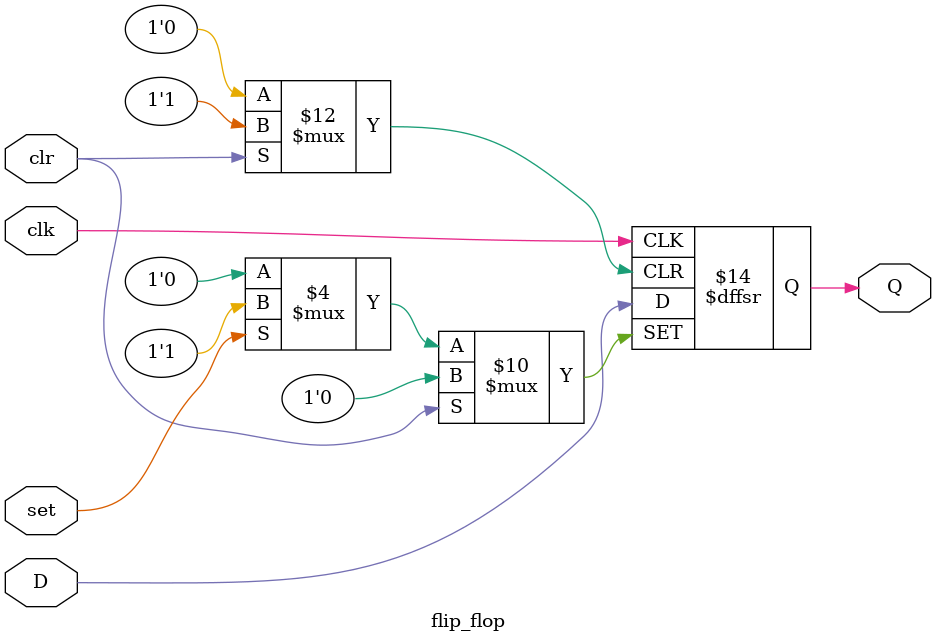
<source format=v>
module flip_flop(
	input clk,
	input D,
	input clr,
	input set,
	output reg Q
);


always @(posedge clk or posedge set or posedge clr)
begin
	if (clr)
		Q <= 0;
	else if (set)
		Q <= 1;
	else
		Q <= D;

end

endmodule 
</source>
